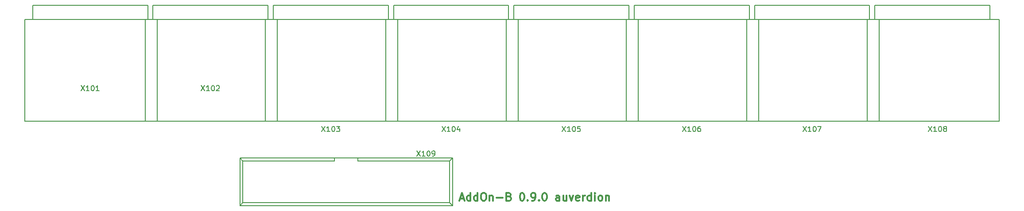
<source format=gbr>
G04 #@! TF.GenerationSoftware,KiCad,Pcbnew,(5.1.0-0)*
G04 #@! TF.CreationDate,2019-04-19T21:43:25+02:00*
G04 #@! TF.ProjectId,AddOnB,4164644f-6e42-42e6-9b69-6361645f7063,rev?*
G04 #@! TF.SameCoordinates,Original*
G04 #@! TF.FileFunction,Legend,Top*
G04 #@! TF.FilePolarity,Positive*
%FSLAX46Y46*%
G04 Gerber Fmt 4.6, Leading zero omitted, Abs format (unit mm)*
G04 Created by KiCad (PCBNEW (5.1.0-0)) date 2019-04-19 21:43:25*
%MOMM*%
%LPD*%
G04 APERTURE LIST*
%ADD10C,0.300000*%
%ADD11C,0.150000*%
G04 APERTURE END LIST*
D10*
X90714285Y55750000D02*
X91428571Y55750000D01*
X90571428Y55321428D02*
X91071428Y56821428D01*
X91571428Y55321428D01*
X92714285Y55321428D02*
X92714285Y56821428D01*
X92714285Y55392857D02*
X92571428Y55321428D01*
X92285714Y55321428D01*
X92142857Y55392857D01*
X92071428Y55464285D01*
X92000000Y55607142D01*
X92000000Y56035714D01*
X92071428Y56178571D01*
X92142857Y56250000D01*
X92285714Y56321428D01*
X92571428Y56321428D01*
X92714285Y56250000D01*
X94071428Y55321428D02*
X94071428Y56821428D01*
X94071428Y55392857D02*
X93928571Y55321428D01*
X93642857Y55321428D01*
X93500000Y55392857D01*
X93428571Y55464285D01*
X93357142Y55607142D01*
X93357142Y56035714D01*
X93428571Y56178571D01*
X93500000Y56250000D01*
X93642857Y56321428D01*
X93928571Y56321428D01*
X94071428Y56250000D01*
X95071428Y56821428D02*
X95357142Y56821428D01*
X95500000Y56750000D01*
X95642857Y56607142D01*
X95714285Y56321428D01*
X95714285Y55821428D01*
X95642857Y55535714D01*
X95500000Y55392857D01*
X95357142Y55321428D01*
X95071428Y55321428D01*
X94928571Y55392857D01*
X94785714Y55535714D01*
X94714285Y55821428D01*
X94714285Y56321428D01*
X94785714Y56607142D01*
X94928571Y56750000D01*
X95071428Y56821428D01*
X96357142Y56321428D02*
X96357142Y55321428D01*
X96357142Y56178571D02*
X96428571Y56250000D01*
X96571428Y56321428D01*
X96785714Y56321428D01*
X96928571Y56250000D01*
X97000000Y56107142D01*
X97000000Y55321428D01*
X97714285Y55892857D02*
X98857142Y55892857D01*
X100071428Y56107142D02*
X100285714Y56035714D01*
X100357142Y55964285D01*
X100428571Y55821428D01*
X100428571Y55607142D01*
X100357142Y55464285D01*
X100285714Y55392857D01*
X100142857Y55321428D01*
X99571428Y55321428D01*
X99571428Y56821428D01*
X100071428Y56821428D01*
X100214285Y56750000D01*
X100285714Y56678571D01*
X100357142Y56535714D01*
X100357142Y56392857D01*
X100285714Y56250000D01*
X100214285Y56178571D01*
X100071428Y56107142D01*
X99571428Y56107142D01*
X102500000Y56821428D02*
X102642857Y56821428D01*
X102785714Y56750000D01*
X102857142Y56678571D01*
X102928571Y56535714D01*
X103000000Y56250000D01*
X103000000Y55892857D01*
X102928571Y55607142D01*
X102857142Y55464285D01*
X102785714Y55392857D01*
X102642857Y55321428D01*
X102500000Y55321428D01*
X102357142Y55392857D01*
X102285714Y55464285D01*
X102214285Y55607142D01*
X102142857Y55892857D01*
X102142857Y56250000D01*
X102214285Y56535714D01*
X102285714Y56678571D01*
X102357142Y56750000D01*
X102500000Y56821428D01*
X103642857Y55464285D02*
X103714285Y55392857D01*
X103642857Y55321428D01*
X103571428Y55392857D01*
X103642857Y55464285D01*
X103642857Y55321428D01*
X104428571Y55321428D02*
X104714285Y55321428D01*
X104857142Y55392857D01*
X104928571Y55464285D01*
X105071428Y55678571D01*
X105142857Y55964285D01*
X105142857Y56535714D01*
X105071428Y56678571D01*
X105000000Y56750000D01*
X104857142Y56821428D01*
X104571428Y56821428D01*
X104428571Y56750000D01*
X104357142Y56678571D01*
X104285714Y56535714D01*
X104285714Y56178571D01*
X104357142Y56035714D01*
X104428571Y55964285D01*
X104571428Y55892857D01*
X104857142Y55892857D01*
X105000000Y55964285D01*
X105071428Y56035714D01*
X105142857Y56178571D01*
X105785714Y55464285D02*
X105857142Y55392857D01*
X105785714Y55321428D01*
X105714285Y55392857D01*
X105785714Y55464285D01*
X105785714Y55321428D01*
X106785714Y56821428D02*
X106928571Y56821428D01*
X107071428Y56750000D01*
X107142857Y56678571D01*
X107214285Y56535714D01*
X107285714Y56250000D01*
X107285714Y55892857D01*
X107214285Y55607142D01*
X107142857Y55464285D01*
X107071428Y55392857D01*
X106928571Y55321428D01*
X106785714Y55321428D01*
X106642857Y55392857D01*
X106571428Y55464285D01*
X106500000Y55607142D01*
X106428571Y55892857D01*
X106428571Y56250000D01*
X106500000Y56535714D01*
X106571428Y56678571D01*
X106642857Y56750000D01*
X106785714Y56821428D01*
X109714285Y55321428D02*
X109714285Y56107142D01*
X109642857Y56250000D01*
X109500000Y56321428D01*
X109214285Y56321428D01*
X109071428Y56250000D01*
X109714285Y55392857D02*
X109571428Y55321428D01*
X109214285Y55321428D01*
X109071428Y55392857D01*
X109000000Y55535714D01*
X109000000Y55678571D01*
X109071428Y55821428D01*
X109214285Y55892857D01*
X109571428Y55892857D01*
X109714285Y55964285D01*
X111071428Y56321428D02*
X111071428Y55321428D01*
X110428571Y56321428D02*
X110428571Y55535714D01*
X110500000Y55392857D01*
X110642857Y55321428D01*
X110857142Y55321428D01*
X111000000Y55392857D01*
X111071428Y55464285D01*
X111642857Y56321428D02*
X112000000Y55321428D01*
X112357142Y56321428D01*
X113500000Y55392857D02*
X113357142Y55321428D01*
X113071428Y55321428D01*
X112928571Y55392857D01*
X112857142Y55535714D01*
X112857142Y56107142D01*
X112928571Y56250000D01*
X113071428Y56321428D01*
X113357142Y56321428D01*
X113500000Y56250000D01*
X113571428Y56107142D01*
X113571428Y55964285D01*
X112857142Y55821428D01*
X114214285Y55321428D02*
X114214285Y56321428D01*
X114214285Y56035714D02*
X114285714Y56178571D01*
X114357142Y56250000D01*
X114500000Y56321428D01*
X114642857Y56321428D01*
X115785714Y55321428D02*
X115785714Y56821428D01*
X115785714Y55392857D02*
X115642857Y55321428D01*
X115357142Y55321428D01*
X115214285Y55392857D01*
X115142857Y55464285D01*
X115071428Y55607142D01*
X115071428Y56035714D01*
X115142857Y56178571D01*
X115214285Y56250000D01*
X115357142Y56321428D01*
X115642857Y56321428D01*
X115785714Y56250000D01*
X116500000Y55321428D02*
X116500000Y56321428D01*
X116500000Y56821428D02*
X116428571Y56750000D01*
X116500000Y56678571D01*
X116571428Y56750000D01*
X116500000Y56821428D01*
X116500000Y56678571D01*
X117428571Y55321428D02*
X117285714Y55392857D01*
X117214285Y55464285D01*
X117142857Y55607142D01*
X117142857Y56035714D01*
X117214285Y56178571D01*
X117285714Y56250000D01*
X117428571Y56321428D01*
X117642857Y56321428D01*
X117785714Y56250000D01*
X117857142Y56178571D01*
X117928571Y56035714D01*
X117928571Y55607142D01*
X117857142Y55464285D01*
X117785714Y55392857D01*
X117642857Y55321428D01*
X117428571Y55321428D01*
X118571428Y56321428D02*
X118571428Y55321428D01*
X118571428Y56178571D02*
X118642857Y56250000D01*
X118785714Y56321428D01*
X119000000Y56321428D01*
X119142857Y56250000D01*
X119214285Y56107142D01*
X119214285Y55321428D01*
D11*
X77000000Y92700000D02*
X77000000Y90000000D01*
X55000000Y92700000D02*
X77000000Y92700000D01*
X55000000Y90000000D02*
X55000000Y92700000D01*
X78800000Y90000000D02*
X53500000Y90000000D01*
X78800000Y70500000D02*
X78800000Y90000000D01*
X53500000Y70500000D02*
X78800000Y70500000D01*
X53500000Y90000000D02*
X53500000Y70500000D01*
X48640000Y63480000D02*
X49200000Y62930000D01*
X89280000Y63480000D02*
X88740000Y62930000D01*
X48640000Y54380000D02*
X49200000Y54930000D01*
X89280000Y54380000D02*
X88740000Y54930000D01*
X49200000Y54930000D02*
X49200000Y62930000D01*
X48640000Y54380000D02*
X48640000Y63480000D01*
X88740000Y54930000D02*
X88740000Y62930000D01*
X89280000Y54380000D02*
X89280000Y63480000D01*
X66710000Y62930000D02*
X66710000Y63480000D01*
X71210000Y62930000D02*
X71210000Y63480000D01*
X66710000Y62930000D02*
X49200000Y62930000D01*
X88740000Y62930000D02*
X71210000Y62930000D01*
X89280000Y63480000D02*
X48640000Y63480000D01*
X88740000Y54930000D02*
X49200000Y54930000D01*
X89280000Y54380000D02*
X48640000Y54380000D01*
X31000000Y92700000D02*
X31000000Y90000000D01*
X9000000Y92700000D02*
X31000000Y92700000D01*
X9000000Y90000000D02*
X9000000Y92700000D01*
X32800000Y90000000D02*
X7500000Y90000000D01*
X32800000Y70500000D02*
X32800000Y90000000D01*
X7500000Y70500000D02*
X32800000Y70500000D01*
X7500000Y90000000D02*
X7500000Y70500000D01*
X30500000Y90000000D02*
X30500000Y70500000D01*
X30500000Y70500000D02*
X55800000Y70500000D01*
X55800000Y70500000D02*
X55800000Y90000000D01*
X55800000Y90000000D02*
X30500000Y90000000D01*
X32000000Y90000000D02*
X32000000Y92700000D01*
X32000000Y92700000D02*
X54000000Y92700000D01*
X54000000Y92700000D02*
X54000000Y90000000D01*
X76500000Y90000000D02*
X76500000Y70500000D01*
X76500000Y70500000D02*
X101800000Y70500000D01*
X101800000Y70500000D02*
X101800000Y90000000D01*
X101800000Y90000000D02*
X76500000Y90000000D01*
X78000000Y90000000D02*
X78000000Y92700000D01*
X78000000Y92700000D02*
X100000000Y92700000D01*
X100000000Y92700000D02*
X100000000Y90000000D01*
X123000000Y92700000D02*
X123000000Y90000000D01*
X101000000Y92700000D02*
X123000000Y92700000D01*
X101000000Y90000000D02*
X101000000Y92700000D01*
X124800000Y90000000D02*
X99500000Y90000000D01*
X124800000Y70500000D02*
X124800000Y90000000D01*
X99500000Y70500000D02*
X124800000Y70500000D01*
X99500000Y90000000D02*
X99500000Y70500000D01*
X122500000Y90000000D02*
X122500000Y70500000D01*
X122500000Y70500000D02*
X147800000Y70500000D01*
X147800000Y70500000D02*
X147800000Y90000000D01*
X147800000Y90000000D02*
X122500000Y90000000D01*
X124000000Y90000000D02*
X124000000Y92700000D01*
X124000000Y92700000D02*
X146000000Y92700000D01*
X146000000Y92700000D02*
X146000000Y90000000D01*
X169000000Y92700000D02*
X169000000Y90000000D01*
X147000000Y92700000D02*
X169000000Y92700000D01*
X147000000Y90000000D02*
X147000000Y92700000D01*
X170800000Y90000000D02*
X145500000Y90000000D01*
X170800000Y70500000D02*
X170800000Y90000000D01*
X145500000Y70500000D02*
X170800000Y70500000D01*
X145500000Y90000000D02*
X145500000Y70500000D01*
X168500000Y90000000D02*
X168500000Y70500000D01*
X168500000Y70500000D02*
X193800000Y70500000D01*
X193800000Y70500000D02*
X193800000Y90000000D01*
X193800000Y90000000D02*
X168500000Y90000000D01*
X170000000Y90000000D02*
X170000000Y92700000D01*
X170000000Y92700000D02*
X192000000Y92700000D01*
X192000000Y92700000D02*
X192000000Y90000000D01*
X64238095Y69547619D02*
X64904761Y68547619D01*
X64904761Y69547619D02*
X64238095Y68547619D01*
X65809523Y68547619D02*
X65238095Y68547619D01*
X65523809Y68547619D02*
X65523809Y69547619D01*
X65428571Y69404761D01*
X65333333Y69309523D01*
X65238095Y69261904D01*
X66428571Y69547619D02*
X66523809Y69547619D01*
X66619047Y69500000D01*
X66666666Y69452380D01*
X66714285Y69357142D01*
X66761904Y69166666D01*
X66761904Y68928571D01*
X66714285Y68738095D01*
X66666666Y68642857D01*
X66619047Y68595238D01*
X66523809Y68547619D01*
X66428571Y68547619D01*
X66333333Y68595238D01*
X66285714Y68642857D01*
X66238095Y68738095D01*
X66190476Y68928571D01*
X66190476Y69166666D01*
X66238095Y69357142D01*
X66285714Y69452380D01*
X66333333Y69500000D01*
X66428571Y69547619D01*
X67095238Y69547619D02*
X67714285Y69547619D01*
X67380952Y69166666D01*
X67523809Y69166666D01*
X67619047Y69119047D01*
X67666666Y69071428D01*
X67714285Y68976190D01*
X67714285Y68738095D01*
X67666666Y68642857D01*
X67619047Y68595238D01*
X67523809Y68547619D01*
X67238095Y68547619D01*
X67142857Y68595238D01*
X67095238Y68642857D01*
X82438095Y64847619D02*
X83104761Y63847619D01*
X83104761Y64847619D02*
X82438095Y63847619D01*
X84009523Y63847619D02*
X83438095Y63847619D01*
X83723809Y63847619D02*
X83723809Y64847619D01*
X83628571Y64704761D01*
X83533333Y64609523D01*
X83438095Y64561904D01*
X84628571Y64847619D02*
X84723809Y64847619D01*
X84819047Y64800000D01*
X84866666Y64752380D01*
X84914285Y64657142D01*
X84961904Y64466666D01*
X84961904Y64228571D01*
X84914285Y64038095D01*
X84866666Y63942857D01*
X84819047Y63895238D01*
X84723809Y63847619D01*
X84628571Y63847619D01*
X84533333Y63895238D01*
X84485714Y63942857D01*
X84438095Y64038095D01*
X84390476Y64228571D01*
X84390476Y64466666D01*
X84438095Y64657142D01*
X84485714Y64752380D01*
X84533333Y64800000D01*
X84628571Y64847619D01*
X85438095Y63847619D02*
X85628571Y63847619D01*
X85723809Y63895238D01*
X85771428Y63942857D01*
X85866666Y64085714D01*
X85914285Y64276190D01*
X85914285Y64657142D01*
X85866666Y64752380D01*
X85819047Y64800000D01*
X85723809Y64847619D01*
X85533333Y64847619D01*
X85438095Y64800000D01*
X85390476Y64752380D01*
X85342857Y64657142D01*
X85342857Y64419047D01*
X85390476Y64323809D01*
X85438095Y64276190D01*
X85533333Y64228571D01*
X85723809Y64228571D01*
X85819047Y64276190D01*
X85866666Y64323809D01*
X85914285Y64419047D01*
X18238095Y77347619D02*
X18904761Y76347619D01*
X18904761Y77347619D02*
X18238095Y76347619D01*
X19809523Y76347619D02*
X19238095Y76347619D01*
X19523809Y76347619D02*
X19523809Y77347619D01*
X19428571Y77204761D01*
X19333333Y77109523D01*
X19238095Y77061904D01*
X20428571Y77347619D02*
X20523809Y77347619D01*
X20619047Y77300000D01*
X20666666Y77252380D01*
X20714285Y77157142D01*
X20761904Y76966666D01*
X20761904Y76728571D01*
X20714285Y76538095D01*
X20666666Y76442857D01*
X20619047Y76395238D01*
X20523809Y76347619D01*
X20428571Y76347619D01*
X20333333Y76395238D01*
X20285714Y76442857D01*
X20238095Y76538095D01*
X20190476Y76728571D01*
X20190476Y76966666D01*
X20238095Y77157142D01*
X20285714Y77252380D01*
X20333333Y77300000D01*
X20428571Y77347619D01*
X21714285Y76347619D02*
X21142857Y76347619D01*
X21428571Y76347619D02*
X21428571Y77347619D01*
X21333333Y77204761D01*
X21238095Y77109523D01*
X21142857Y77061904D01*
X41238095Y77347619D02*
X41904761Y76347619D01*
X41904761Y77347619D02*
X41238095Y76347619D01*
X42809523Y76347619D02*
X42238095Y76347619D01*
X42523809Y76347619D02*
X42523809Y77347619D01*
X42428571Y77204761D01*
X42333333Y77109523D01*
X42238095Y77061904D01*
X43428571Y77347619D02*
X43523809Y77347619D01*
X43619047Y77300000D01*
X43666666Y77252380D01*
X43714285Y77157142D01*
X43761904Y76966666D01*
X43761904Y76728571D01*
X43714285Y76538095D01*
X43666666Y76442857D01*
X43619047Y76395238D01*
X43523809Y76347619D01*
X43428571Y76347619D01*
X43333333Y76395238D01*
X43285714Y76442857D01*
X43238095Y76538095D01*
X43190476Y76728571D01*
X43190476Y76966666D01*
X43238095Y77157142D01*
X43285714Y77252380D01*
X43333333Y77300000D01*
X43428571Y77347619D01*
X44142857Y77252380D02*
X44190476Y77300000D01*
X44285714Y77347619D01*
X44523809Y77347619D01*
X44619047Y77300000D01*
X44666666Y77252380D01*
X44714285Y77157142D01*
X44714285Y77061904D01*
X44666666Y76919047D01*
X44095238Y76347619D01*
X44714285Y76347619D01*
X87238095Y69547619D02*
X87904761Y68547619D01*
X87904761Y69547619D02*
X87238095Y68547619D01*
X88809523Y68547619D02*
X88238095Y68547619D01*
X88523809Y68547619D02*
X88523809Y69547619D01*
X88428571Y69404761D01*
X88333333Y69309523D01*
X88238095Y69261904D01*
X89428571Y69547619D02*
X89523809Y69547619D01*
X89619047Y69500000D01*
X89666666Y69452380D01*
X89714285Y69357142D01*
X89761904Y69166666D01*
X89761904Y68928571D01*
X89714285Y68738095D01*
X89666666Y68642857D01*
X89619047Y68595238D01*
X89523809Y68547619D01*
X89428571Y68547619D01*
X89333333Y68595238D01*
X89285714Y68642857D01*
X89238095Y68738095D01*
X89190476Y68928571D01*
X89190476Y69166666D01*
X89238095Y69357142D01*
X89285714Y69452380D01*
X89333333Y69500000D01*
X89428571Y69547619D01*
X90619047Y69214285D02*
X90619047Y68547619D01*
X90380952Y69595238D02*
X90142857Y68880952D01*
X90761904Y68880952D01*
X110238095Y69547619D02*
X110904761Y68547619D01*
X110904761Y69547619D02*
X110238095Y68547619D01*
X111809523Y68547619D02*
X111238095Y68547619D01*
X111523809Y68547619D02*
X111523809Y69547619D01*
X111428571Y69404761D01*
X111333333Y69309523D01*
X111238095Y69261904D01*
X112428571Y69547619D02*
X112523809Y69547619D01*
X112619047Y69500000D01*
X112666666Y69452380D01*
X112714285Y69357142D01*
X112761904Y69166666D01*
X112761904Y68928571D01*
X112714285Y68738095D01*
X112666666Y68642857D01*
X112619047Y68595238D01*
X112523809Y68547619D01*
X112428571Y68547619D01*
X112333333Y68595238D01*
X112285714Y68642857D01*
X112238095Y68738095D01*
X112190476Y68928571D01*
X112190476Y69166666D01*
X112238095Y69357142D01*
X112285714Y69452380D01*
X112333333Y69500000D01*
X112428571Y69547619D01*
X113666666Y69547619D02*
X113190476Y69547619D01*
X113142857Y69071428D01*
X113190476Y69119047D01*
X113285714Y69166666D01*
X113523809Y69166666D01*
X113619047Y69119047D01*
X113666666Y69071428D01*
X113714285Y68976190D01*
X113714285Y68738095D01*
X113666666Y68642857D01*
X113619047Y68595238D01*
X113523809Y68547619D01*
X113285714Y68547619D01*
X113190476Y68595238D01*
X113142857Y68642857D01*
X133238095Y69547619D02*
X133904761Y68547619D01*
X133904761Y69547619D02*
X133238095Y68547619D01*
X134809523Y68547619D02*
X134238095Y68547619D01*
X134523809Y68547619D02*
X134523809Y69547619D01*
X134428571Y69404761D01*
X134333333Y69309523D01*
X134238095Y69261904D01*
X135428571Y69547619D02*
X135523809Y69547619D01*
X135619047Y69500000D01*
X135666666Y69452380D01*
X135714285Y69357142D01*
X135761904Y69166666D01*
X135761904Y68928571D01*
X135714285Y68738095D01*
X135666666Y68642857D01*
X135619047Y68595238D01*
X135523809Y68547619D01*
X135428571Y68547619D01*
X135333333Y68595238D01*
X135285714Y68642857D01*
X135238095Y68738095D01*
X135190476Y68928571D01*
X135190476Y69166666D01*
X135238095Y69357142D01*
X135285714Y69452380D01*
X135333333Y69500000D01*
X135428571Y69547619D01*
X136619047Y69547619D02*
X136428571Y69547619D01*
X136333333Y69500000D01*
X136285714Y69452380D01*
X136190476Y69309523D01*
X136142857Y69119047D01*
X136142857Y68738095D01*
X136190476Y68642857D01*
X136238095Y68595238D01*
X136333333Y68547619D01*
X136523809Y68547619D01*
X136619047Y68595238D01*
X136666666Y68642857D01*
X136714285Y68738095D01*
X136714285Y68976190D01*
X136666666Y69071428D01*
X136619047Y69119047D01*
X136523809Y69166666D01*
X136333333Y69166666D01*
X136238095Y69119047D01*
X136190476Y69071428D01*
X136142857Y68976190D01*
X156238095Y69547619D02*
X156904761Y68547619D01*
X156904761Y69547619D02*
X156238095Y68547619D01*
X157809523Y68547619D02*
X157238095Y68547619D01*
X157523809Y68547619D02*
X157523809Y69547619D01*
X157428571Y69404761D01*
X157333333Y69309523D01*
X157238095Y69261904D01*
X158428571Y69547619D02*
X158523809Y69547619D01*
X158619047Y69500000D01*
X158666666Y69452380D01*
X158714285Y69357142D01*
X158761904Y69166666D01*
X158761904Y68928571D01*
X158714285Y68738095D01*
X158666666Y68642857D01*
X158619047Y68595238D01*
X158523809Y68547619D01*
X158428571Y68547619D01*
X158333333Y68595238D01*
X158285714Y68642857D01*
X158238095Y68738095D01*
X158190476Y68928571D01*
X158190476Y69166666D01*
X158238095Y69357142D01*
X158285714Y69452380D01*
X158333333Y69500000D01*
X158428571Y69547619D01*
X159095238Y69547619D02*
X159761904Y69547619D01*
X159333333Y68547619D01*
X180238095Y69547619D02*
X180904761Y68547619D01*
X180904761Y69547619D02*
X180238095Y68547619D01*
X181809523Y68547619D02*
X181238095Y68547619D01*
X181523809Y68547619D02*
X181523809Y69547619D01*
X181428571Y69404761D01*
X181333333Y69309523D01*
X181238095Y69261904D01*
X182428571Y69547619D02*
X182523809Y69547619D01*
X182619047Y69500000D01*
X182666666Y69452380D01*
X182714285Y69357142D01*
X182761904Y69166666D01*
X182761904Y68928571D01*
X182714285Y68738095D01*
X182666666Y68642857D01*
X182619047Y68595238D01*
X182523809Y68547619D01*
X182428571Y68547619D01*
X182333333Y68595238D01*
X182285714Y68642857D01*
X182238095Y68738095D01*
X182190476Y68928571D01*
X182190476Y69166666D01*
X182238095Y69357142D01*
X182285714Y69452380D01*
X182333333Y69500000D01*
X182428571Y69547619D01*
X183333333Y69119047D02*
X183238095Y69166666D01*
X183190476Y69214285D01*
X183142857Y69309523D01*
X183142857Y69357142D01*
X183190476Y69452380D01*
X183238095Y69500000D01*
X183333333Y69547619D01*
X183523809Y69547619D01*
X183619047Y69500000D01*
X183666666Y69452380D01*
X183714285Y69357142D01*
X183714285Y69309523D01*
X183666666Y69214285D01*
X183619047Y69166666D01*
X183523809Y69119047D01*
X183333333Y69119047D01*
X183238095Y69071428D01*
X183190476Y69023809D01*
X183142857Y68928571D01*
X183142857Y68738095D01*
X183190476Y68642857D01*
X183238095Y68595238D01*
X183333333Y68547619D01*
X183523809Y68547619D01*
X183619047Y68595238D01*
X183666666Y68642857D01*
X183714285Y68738095D01*
X183714285Y68928571D01*
X183666666Y69023809D01*
X183619047Y69071428D01*
X183523809Y69119047D01*
M02*

</source>
